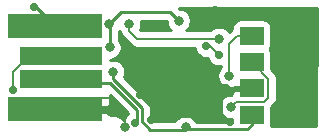
<source format=gbl>
%TF.GenerationSoftware,KiCad,Pcbnew,(5.1.6)-1*%
%TF.CreationDate,2020-07-31T00:04:16+08:00*%
%TF.ProjectId,NRF52840,4e524635-3238-4343-902e-6b696361645f,rev?*%
%TF.SameCoordinates,Original*%
%TF.FileFunction,Copper,L2,Bot*%
%TF.FilePolarity,Positive*%
%FSLAX46Y46*%
G04 Gerber Fmt 4.6, Leading zero omitted, Abs format (unit mm)*
G04 Created by KiCad (PCBNEW (5.1.6)-1) date 2020-07-31 00:04:16*
%MOMM*%
%LPD*%
G01*
G04 APERTURE LIST*
%TA.AperFunction,SMDPad,CuDef*%
%ADD10R,2.000000X1.500000*%
%TD*%
%TA.AperFunction,ConnectorPad*%
%ADD11R,8.000000X2.000000*%
%TD*%
%TA.AperFunction,ConnectorPad*%
%ADD12R,7.000000X1.500000*%
%TD*%
%TA.AperFunction,ViaPad*%
%ADD13C,0.700000*%
%TD*%
%TA.AperFunction,ViaPad*%
%ADD14C,0.800000*%
%TD*%
%TA.AperFunction,Conductor*%
%ADD15C,0.200000*%
%TD*%
%TA.AperFunction,Conductor*%
%ADD16C,0.250000*%
%TD*%
%TA.AperFunction,Conductor*%
%ADD17C,0.350000*%
%TD*%
%TA.AperFunction,Conductor*%
%ADD18C,0.127000*%
%TD*%
%TA.AperFunction,Conductor*%
%ADD19C,0.254000*%
%TD*%
G04 APERTURE END LIST*
D10*
%TO.P,J1,4*%
%TO.N,+3V3*%
X110805000Y-130376734D03*
%TO.P,J1,3*%
%TO.N,GND*%
X110805000Y-128150000D03*
%TO.P,J1,2*%
%TO.N,SWDIO*%
X110805000Y-125923267D03*
%TO.P,J1,1*%
%TO.N,SWDCLK*%
X110805000Y-123696534D03*
%TD*%
D11*
%TO.P,J2,4*%
%TO.N,GND*%
X94155000Y-129870800D03*
D12*
%TO.P,J2,3*%
%TO.N,D+*%
X94655000Y-127368900D03*
%TO.P,J2,2*%
%TO.N,D-*%
X94655000Y-125375000D03*
D11*
%TO.P,J2,1*%
%TO.N,+5V*%
X94155000Y-122885800D03*
%TD*%
D13*
%TO.N,GND*%
X98805000Y-130150000D03*
X107680000Y-121550000D03*
X102455000Y-128750000D03*
X103855000Y-128750000D03*
X104980000Y-128750000D03*
X102455000Y-125125000D03*
X104980000Y-125125000D03*
X101380000Y-126350000D03*
X102455000Y-126350000D03*
X103855000Y-127450000D03*
X102455000Y-127450000D03*
X104980000Y-127450000D03*
X103855000Y-125125000D03*
X101380000Y-128750000D03*
X101380000Y-127450000D03*
X103855000Y-126350000D03*
X104980000Y-126350000D03*
X101380000Y-125125000D03*
D14*
X114480000Y-122175000D03*
D13*
X108655000Y-128100000D03*
X108980000Y-130975000D03*
D14*
X100088959Y-131417635D03*
X101830000Y-122825000D03*
D13*
X102309449Y-130845551D03*
D14*
%TO.N,+3V3*%
X105230000Y-131425000D03*
X98780000Y-124675000D03*
X98714955Y-122725822D03*
X104630000Y-122425000D03*
X99055000Y-126750000D03*
%TO.N,Net-(C10-Pad2)*%
X100430000Y-122725000D03*
X108054519Y-123951619D03*
D13*
%TO.N,Net-(C11-Pad2)*%
X106955000Y-124600000D03*
X108016765Y-125311765D03*
%TO.N,+5V*%
X92355000Y-121250000D03*
D14*
%TO.N,SWDIO*%
X109055000Y-129725000D03*
%TO.N,SWDCLK*%
X108919805Y-127085195D03*
D13*
%TO.N,D+*%
X100914662Y-131059534D03*
%TO.N,D-*%
X90580000Y-128325000D03*
%TD*%
D15*
%TO.N,GND*%
X108305001Y-130300001D02*
X108980000Y-130975000D01*
X108655000Y-128100000D02*
X108305001Y-128449999D01*
X108305001Y-128449999D02*
X108305001Y-130300001D01*
D16*
X101380000Y-128750000D02*
X102255000Y-129625000D01*
X102255000Y-129625000D02*
X102255000Y-130350000D01*
X108980000Y-130975000D02*
X106205000Y-130975000D01*
X102354990Y-130449990D02*
X102255000Y-130350000D01*
X106205000Y-130975000D02*
X105679990Y-130449990D01*
X105679990Y-130449990D02*
X102354990Y-130449990D01*
D15*
X100088959Y-129983959D02*
X100088959Y-131417635D01*
X99105000Y-129000000D02*
X100088959Y-129983959D01*
X94155000Y-129870800D02*
X95025800Y-129000000D01*
X95025800Y-129000000D02*
X99105000Y-129000000D01*
D16*
X94434200Y-130150000D02*
X94155000Y-129870800D01*
X98805000Y-130150000D02*
X94434200Y-130150000D01*
X102255000Y-130350000D02*
X102255000Y-130791102D01*
X102255000Y-130791102D02*
X102309449Y-130845551D01*
D17*
%TO.N,+3V3*%
X105130000Y-131325000D02*
X105230000Y-131425000D01*
D16*
X98780000Y-124675000D02*
X98780000Y-122790867D01*
X98780000Y-122790867D02*
X98714955Y-122725822D01*
X103905000Y-121700000D02*
X104630000Y-122425000D01*
X98714955Y-122725822D02*
X99740777Y-121700000D01*
X99740777Y-121700000D02*
X103905000Y-121700000D01*
X105430000Y-131625000D02*
X105230000Y-131425000D01*
X110405000Y-131625000D02*
X105430000Y-131625000D01*
X110805000Y-130376734D02*
X110805000Y-131225000D01*
X110805000Y-131225000D02*
X110405000Y-131625000D01*
X105005000Y-131650000D02*
X105230000Y-131425000D01*
X99055000Y-127375000D02*
X101530000Y-129850000D01*
X102230000Y-131650000D02*
X105005000Y-131650000D01*
X101530000Y-129850000D02*
X101530000Y-130950000D01*
X99055000Y-126750000D02*
X99055000Y-127375000D01*
X101530000Y-130950000D02*
X102230000Y-131650000D01*
D15*
%TO.N,Net-(C10-Pad2)*%
X108031138Y-123975000D02*
X108054519Y-123951619D01*
X101114315Y-123975000D02*
X108031138Y-123975000D01*
X100430000Y-122725000D02*
X100430000Y-123290685D01*
X100430000Y-123290685D02*
X101114315Y-123975000D01*
D18*
%TO.N,Net-(C11-Pad2)*%
X107305000Y-124600000D02*
X106955000Y-124600000D01*
X108016765Y-125311765D02*
X107305000Y-124600000D01*
D16*
%TO.N,+5V*%
X92166940Y-122885800D02*
X94155000Y-122885800D01*
X94155000Y-122885800D02*
X92244200Y-122885800D01*
D15*
X94155000Y-122885800D02*
X91019200Y-122885800D01*
X91019200Y-122885800D02*
X90580000Y-123325000D01*
D16*
X93480000Y-122210800D02*
X94155000Y-122885800D01*
X93530000Y-122260800D02*
X94155000Y-122885800D01*
X92399198Y-122885800D02*
X94155000Y-122885800D01*
D18*
X94155000Y-122885800D02*
X93119200Y-122885800D01*
D16*
X92519200Y-121250000D02*
X94155000Y-122885800D01*
X92355000Y-121250000D02*
X92519200Y-121250000D01*
D15*
%TO.N,SWDIO*%
X112205000Y-127323267D02*
X112205000Y-128950002D01*
X109454999Y-129325001D02*
X109055000Y-129725000D01*
X111830001Y-129325001D02*
X109454999Y-129325001D01*
X110805000Y-125923267D02*
X112205000Y-127323267D01*
X112205000Y-128950002D02*
X111830001Y-129325001D01*
%TO.N,SWDCLK*%
X108919805Y-124381729D02*
X108919805Y-127085195D01*
X109605000Y-123696534D02*
X108919805Y-124381729D01*
X110805000Y-123696534D02*
X109605000Y-123696534D01*
D16*
%TO.N,D+*%
X98828900Y-127723900D02*
X97778900Y-127723900D01*
X101055000Y-131000000D02*
X101055000Y-129950000D01*
X101055000Y-129950000D02*
X98828900Y-127723900D01*
D15*
%TO.N,D-*%
X91948898Y-125375000D02*
X94655000Y-125375000D01*
X90580000Y-126743898D02*
X91948898Y-125375000D01*
X90580000Y-128325000D02*
X90580000Y-126743898D01*
%TD*%
D19*
%TO.N,GND*%
G36*
X116280919Y-131340000D02*
G01*
X112403880Y-131340000D01*
X112430812Y-131251216D01*
X112443072Y-131126734D01*
X112443072Y-129751376D01*
X112699187Y-129495261D01*
X112727238Y-129472240D01*
X112819087Y-129360322D01*
X112866168Y-129272240D01*
X112887337Y-129232636D01*
X112929365Y-129094087D01*
X112943556Y-128950002D01*
X112940000Y-128913897D01*
X112940000Y-127359372D01*
X112943556Y-127323267D01*
X112929365Y-127179181D01*
X112900114Y-127082754D01*
X112887337Y-127040634D01*
X112819087Y-126912947D01*
X112755116Y-126834999D01*
X112750253Y-126829073D01*
X112750250Y-126829070D01*
X112727237Y-126801029D01*
X112699197Y-126778017D01*
X112443072Y-126521892D01*
X112443072Y-125173267D01*
X112430812Y-125048785D01*
X112394502Y-124929087D01*
X112335537Y-124818773D01*
X112328256Y-124809901D01*
X112335537Y-124801028D01*
X112394502Y-124690714D01*
X112430812Y-124571016D01*
X112443072Y-124446534D01*
X112443072Y-122946534D01*
X112430812Y-122822052D01*
X112394502Y-122702354D01*
X112335537Y-122592040D01*
X112256185Y-122495349D01*
X112159494Y-122415997D01*
X112049180Y-122357032D01*
X111929482Y-122320722D01*
X111805000Y-122308462D01*
X109805000Y-122308462D01*
X109680518Y-122320722D01*
X109560820Y-122357032D01*
X109450506Y-122415997D01*
X109353815Y-122495349D01*
X109274463Y-122592040D01*
X109215498Y-122702354D01*
X109179188Y-122822052D01*
X109166928Y-122946534D01*
X109166928Y-123105223D01*
X109082762Y-123174296D01*
X109059746Y-123202341D01*
X108903231Y-123358856D01*
X108858456Y-123291845D01*
X108714293Y-123147682D01*
X108544775Y-123034414D01*
X108356417Y-122956393D01*
X108156458Y-122916619D01*
X107952580Y-122916619D01*
X107752621Y-122956393D01*
X107564263Y-123034414D01*
X107394745Y-123147682D01*
X107302427Y-123240000D01*
X105273217Y-123240000D01*
X105289774Y-123228937D01*
X105433937Y-123084774D01*
X105547205Y-122915256D01*
X105625226Y-122726898D01*
X105665000Y-122526939D01*
X105665000Y-122323061D01*
X105625226Y-122123102D01*
X105547205Y-121934744D01*
X105433937Y-121765226D01*
X105289774Y-121621063D01*
X105120256Y-121507795D01*
X104931898Y-121429774D01*
X104731939Y-121390000D01*
X104669801Y-121390000D01*
X104639801Y-121360000D01*
X116325078Y-121360000D01*
X116280919Y-131340000D01*
G37*
X116280919Y-131340000D02*
X112403880Y-131340000D01*
X112430812Y-131251216D01*
X112443072Y-131126734D01*
X112443072Y-129751376D01*
X112699187Y-129495261D01*
X112727238Y-129472240D01*
X112819087Y-129360322D01*
X112866168Y-129272240D01*
X112887337Y-129232636D01*
X112929365Y-129094087D01*
X112943556Y-128950002D01*
X112940000Y-128913897D01*
X112940000Y-127359372D01*
X112943556Y-127323267D01*
X112929365Y-127179181D01*
X112900114Y-127082754D01*
X112887337Y-127040634D01*
X112819087Y-126912947D01*
X112755116Y-126834999D01*
X112750253Y-126829073D01*
X112750250Y-126829070D01*
X112727237Y-126801029D01*
X112699197Y-126778017D01*
X112443072Y-126521892D01*
X112443072Y-125173267D01*
X112430812Y-125048785D01*
X112394502Y-124929087D01*
X112335537Y-124818773D01*
X112328256Y-124809901D01*
X112335537Y-124801028D01*
X112394502Y-124690714D01*
X112430812Y-124571016D01*
X112443072Y-124446534D01*
X112443072Y-122946534D01*
X112430812Y-122822052D01*
X112394502Y-122702354D01*
X112335537Y-122592040D01*
X112256185Y-122495349D01*
X112159494Y-122415997D01*
X112049180Y-122357032D01*
X111929482Y-122320722D01*
X111805000Y-122308462D01*
X109805000Y-122308462D01*
X109680518Y-122320722D01*
X109560820Y-122357032D01*
X109450506Y-122415997D01*
X109353815Y-122495349D01*
X109274463Y-122592040D01*
X109215498Y-122702354D01*
X109179188Y-122822052D01*
X109166928Y-122946534D01*
X109166928Y-123105223D01*
X109082762Y-123174296D01*
X109059746Y-123202341D01*
X108903231Y-123358856D01*
X108858456Y-123291845D01*
X108714293Y-123147682D01*
X108544775Y-123034414D01*
X108356417Y-122956393D01*
X108156458Y-122916619D01*
X107952580Y-122916619D01*
X107752621Y-122956393D01*
X107564263Y-123034414D01*
X107394745Y-123147682D01*
X107302427Y-123240000D01*
X105273217Y-123240000D01*
X105289774Y-123228937D01*
X105433937Y-123084774D01*
X105547205Y-122915256D01*
X105625226Y-122726898D01*
X105665000Y-122526939D01*
X105665000Y-122323061D01*
X105625226Y-122123102D01*
X105547205Y-121934744D01*
X105433937Y-121765226D01*
X105289774Y-121621063D01*
X105120256Y-121507795D01*
X104931898Y-121429774D01*
X104731939Y-121390000D01*
X104669801Y-121390000D01*
X104639801Y-121360000D01*
X116325078Y-121360000D01*
X116280919Y-131340000D01*
G36*
X99626063Y-123384774D02*
G01*
X99718513Y-123477224D01*
X99747663Y-123573318D01*
X99815914Y-123701005D01*
X99907763Y-123812923D01*
X99935808Y-123835939D01*
X100569061Y-124469193D01*
X100592077Y-124497238D01*
X100684467Y-124573061D01*
X100703995Y-124589087D01*
X100831681Y-124657337D01*
X100970230Y-124699365D01*
X101114315Y-124713556D01*
X101150420Y-124710000D01*
X105972583Y-124710000D01*
X106007853Y-124887314D01*
X106082104Y-125066572D01*
X106189901Y-125227901D01*
X106327099Y-125365099D01*
X106488428Y-125472896D01*
X106667686Y-125547147D01*
X106857986Y-125585000D01*
X107052014Y-125585000D01*
X107066254Y-125582167D01*
X107069618Y-125599079D01*
X107143869Y-125778337D01*
X107251666Y-125939666D01*
X107388864Y-126076864D01*
X107550193Y-126184661D01*
X107729451Y-126258912D01*
X107919751Y-126296765D01*
X108113779Y-126296765D01*
X108184806Y-126282637D01*
X108184806Y-126356483D01*
X108115868Y-126425421D01*
X108002600Y-126594939D01*
X107924579Y-126783297D01*
X107884805Y-126983256D01*
X107884805Y-127187134D01*
X107924579Y-127387093D01*
X108002600Y-127575451D01*
X108115868Y-127744969D01*
X108260031Y-127889132D01*
X108429549Y-128002400D01*
X108617907Y-128080421D01*
X108817866Y-128120195D01*
X109021744Y-128120195D01*
X109221703Y-128080421D01*
X109360329Y-128023000D01*
X110678000Y-128023000D01*
X110678000Y-128003000D01*
X110932000Y-128003000D01*
X110932000Y-128023000D01*
X110952000Y-128023000D01*
X110952000Y-128277000D01*
X110932000Y-128277000D01*
X110932000Y-128297000D01*
X110678000Y-128297000D01*
X110678000Y-128277000D01*
X109328750Y-128277000D01*
X109170000Y-128435750D01*
X109168618Y-128644668D01*
X109083806Y-128690000D01*
X108953061Y-128690000D01*
X108753102Y-128729774D01*
X108564744Y-128807795D01*
X108395226Y-128921063D01*
X108251063Y-129065226D01*
X108137795Y-129234744D01*
X108059774Y-129423102D01*
X108020000Y-129623061D01*
X108020000Y-129826939D01*
X108059774Y-130026898D01*
X108137795Y-130215256D01*
X108251063Y-130384774D01*
X108395226Y-130528937D01*
X108564744Y-130642205D01*
X108753102Y-130720226D01*
X108953061Y-130760000D01*
X109156939Y-130760000D01*
X109166928Y-130758013D01*
X109166928Y-130865000D01*
X106100604Y-130865000D01*
X106033937Y-130765226D01*
X105889774Y-130621063D01*
X105720256Y-130507795D01*
X105531898Y-130429774D01*
X105331939Y-130390000D01*
X105128061Y-130390000D01*
X104928102Y-130429774D01*
X104739744Y-130507795D01*
X104570226Y-130621063D01*
X104426063Y-130765226D01*
X104342692Y-130890000D01*
X102544802Y-130890000D01*
X102290000Y-130635198D01*
X102290000Y-129887333D01*
X102293677Y-129850000D01*
X102279003Y-129701014D01*
X102235546Y-129557753D01*
X102164974Y-129425724D01*
X102093799Y-129338997D01*
X102070001Y-129309999D01*
X102041004Y-129286202D01*
X99978898Y-127224097D01*
X100050226Y-127051898D01*
X100090000Y-126851939D01*
X100090000Y-126648061D01*
X100050226Y-126448102D01*
X99972205Y-126259744D01*
X99858937Y-126090226D01*
X99714774Y-125946063D01*
X99545256Y-125832795D01*
X99356898Y-125754774D01*
X99156939Y-125715000D01*
X98953061Y-125715000D01*
X98793072Y-125746824D01*
X98793072Y-125710000D01*
X98881939Y-125710000D01*
X99081898Y-125670226D01*
X99270256Y-125592205D01*
X99439774Y-125478937D01*
X99583937Y-125334774D01*
X99697205Y-125165256D01*
X99775226Y-124976898D01*
X99815000Y-124776939D01*
X99815000Y-124573061D01*
X99775226Y-124373102D01*
X99697205Y-124184744D01*
X99583937Y-124015226D01*
X99540000Y-123971289D01*
X99540000Y-123354006D01*
X99572752Y-123304988D01*
X99626063Y-123384774D01*
G37*
X99626063Y-123384774D02*
X99718513Y-123477224D01*
X99747663Y-123573318D01*
X99815914Y-123701005D01*
X99907763Y-123812923D01*
X99935808Y-123835939D01*
X100569061Y-124469193D01*
X100592077Y-124497238D01*
X100684467Y-124573061D01*
X100703995Y-124589087D01*
X100831681Y-124657337D01*
X100970230Y-124699365D01*
X101114315Y-124713556D01*
X101150420Y-124710000D01*
X105972583Y-124710000D01*
X106007853Y-124887314D01*
X106082104Y-125066572D01*
X106189901Y-125227901D01*
X106327099Y-125365099D01*
X106488428Y-125472896D01*
X106667686Y-125547147D01*
X106857986Y-125585000D01*
X107052014Y-125585000D01*
X107066254Y-125582167D01*
X107069618Y-125599079D01*
X107143869Y-125778337D01*
X107251666Y-125939666D01*
X107388864Y-126076864D01*
X107550193Y-126184661D01*
X107729451Y-126258912D01*
X107919751Y-126296765D01*
X108113779Y-126296765D01*
X108184806Y-126282637D01*
X108184806Y-126356483D01*
X108115868Y-126425421D01*
X108002600Y-126594939D01*
X107924579Y-126783297D01*
X107884805Y-126983256D01*
X107884805Y-127187134D01*
X107924579Y-127387093D01*
X108002600Y-127575451D01*
X108115868Y-127744969D01*
X108260031Y-127889132D01*
X108429549Y-128002400D01*
X108617907Y-128080421D01*
X108817866Y-128120195D01*
X109021744Y-128120195D01*
X109221703Y-128080421D01*
X109360329Y-128023000D01*
X110678000Y-128023000D01*
X110678000Y-128003000D01*
X110932000Y-128003000D01*
X110932000Y-128023000D01*
X110952000Y-128023000D01*
X110952000Y-128277000D01*
X110932000Y-128277000D01*
X110932000Y-128297000D01*
X110678000Y-128297000D01*
X110678000Y-128277000D01*
X109328750Y-128277000D01*
X109170000Y-128435750D01*
X109168618Y-128644668D01*
X109083806Y-128690000D01*
X108953061Y-128690000D01*
X108753102Y-128729774D01*
X108564744Y-128807795D01*
X108395226Y-128921063D01*
X108251063Y-129065226D01*
X108137795Y-129234744D01*
X108059774Y-129423102D01*
X108020000Y-129623061D01*
X108020000Y-129826939D01*
X108059774Y-130026898D01*
X108137795Y-130215256D01*
X108251063Y-130384774D01*
X108395226Y-130528937D01*
X108564744Y-130642205D01*
X108753102Y-130720226D01*
X108953061Y-130760000D01*
X109156939Y-130760000D01*
X109166928Y-130758013D01*
X109166928Y-130865000D01*
X106100604Y-130865000D01*
X106033937Y-130765226D01*
X105889774Y-130621063D01*
X105720256Y-130507795D01*
X105531898Y-130429774D01*
X105331939Y-130390000D01*
X105128061Y-130390000D01*
X104928102Y-130429774D01*
X104739744Y-130507795D01*
X104570226Y-130621063D01*
X104426063Y-130765226D01*
X104342692Y-130890000D01*
X102544802Y-130890000D01*
X102290000Y-130635198D01*
X102290000Y-129887333D01*
X102293677Y-129850000D01*
X102279003Y-129701014D01*
X102235546Y-129557753D01*
X102164974Y-129425724D01*
X102093799Y-129338997D01*
X102070001Y-129309999D01*
X102041004Y-129286202D01*
X99978898Y-127224097D01*
X100050226Y-127051898D01*
X100090000Y-126851939D01*
X100090000Y-126648061D01*
X100050226Y-126448102D01*
X99972205Y-126259744D01*
X99858937Y-126090226D01*
X99714774Y-125946063D01*
X99545256Y-125832795D01*
X99356898Y-125754774D01*
X99156939Y-125715000D01*
X98953061Y-125715000D01*
X98793072Y-125746824D01*
X98793072Y-125710000D01*
X98881939Y-125710000D01*
X99081898Y-125670226D01*
X99270256Y-125592205D01*
X99439774Y-125478937D01*
X99583937Y-125334774D01*
X99697205Y-125165256D01*
X99775226Y-124976898D01*
X99815000Y-124776939D01*
X99815000Y-124573061D01*
X99775226Y-124373102D01*
X99697205Y-124184744D01*
X99583937Y-124015226D01*
X99540000Y-123971289D01*
X99540000Y-123354006D01*
X99572752Y-123304988D01*
X99626063Y-123384774D01*
G36*
X100295001Y-130264803D02*
G01*
X100295001Y-130288929D01*
X100286761Y-130294435D01*
X100149563Y-130431633D01*
X100041766Y-130592962D01*
X99967515Y-130772220D01*
X99955475Y-130832750D01*
X99941508Y-130811728D01*
X99935634Y-130804627D01*
X99885454Y-130744825D01*
X99842705Y-130702963D01*
X99800567Y-130660529D01*
X99793426Y-130654705D01*
X99732585Y-130605788D01*
X99682569Y-130573058D01*
X99632941Y-130539583D01*
X99624804Y-130535257D01*
X99555622Y-130499088D01*
X99500158Y-130476679D01*
X99445008Y-130453496D01*
X99436186Y-130450833D01*
X99361296Y-130428792D01*
X99302518Y-130417580D01*
X99243938Y-130405555D01*
X99234767Y-130404656D01*
X99157021Y-130397581D01*
X99097206Y-130397999D01*
X99037390Y-130397581D01*
X99028219Y-130398480D01*
X98950581Y-130406640D01*
X98891984Y-130418669D01*
X98833222Y-130429878D01*
X98824400Y-130432542D01*
X98791231Y-130442810D01*
X98790000Y-130156550D01*
X98631250Y-129997800D01*
X94282000Y-129997800D01*
X94282000Y-130017800D01*
X94028000Y-130017800D01*
X94028000Y-129997800D01*
X94008000Y-129997800D01*
X94008000Y-129743800D01*
X94028000Y-129743800D01*
X94028000Y-129723800D01*
X94282000Y-129723800D01*
X94282000Y-129743800D01*
X98631250Y-129743800D01*
X98790000Y-129585050D01*
X98793072Y-128870800D01*
X98781281Y-128751082D01*
X100295001Y-130264803D01*
G37*
X100295001Y-130264803D02*
X100295001Y-130288929D01*
X100286761Y-130294435D01*
X100149563Y-130431633D01*
X100041766Y-130592962D01*
X99967515Y-130772220D01*
X99955475Y-130832750D01*
X99941508Y-130811728D01*
X99935634Y-130804627D01*
X99885454Y-130744825D01*
X99842705Y-130702963D01*
X99800567Y-130660529D01*
X99793426Y-130654705D01*
X99732585Y-130605788D01*
X99682569Y-130573058D01*
X99632941Y-130539583D01*
X99624804Y-130535257D01*
X99555622Y-130499088D01*
X99500158Y-130476679D01*
X99445008Y-130453496D01*
X99436186Y-130450833D01*
X99361296Y-130428792D01*
X99302518Y-130417580D01*
X99243938Y-130405555D01*
X99234767Y-130404656D01*
X99157021Y-130397581D01*
X99097206Y-130397999D01*
X99037390Y-130397581D01*
X99028219Y-130398480D01*
X98950581Y-130406640D01*
X98891984Y-130418669D01*
X98833222Y-130429878D01*
X98824400Y-130432542D01*
X98791231Y-130442810D01*
X98790000Y-130156550D01*
X98631250Y-129997800D01*
X94282000Y-129997800D01*
X94282000Y-130017800D01*
X94028000Y-130017800D01*
X94028000Y-129997800D01*
X94008000Y-129997800D01*
X94008000Y-129743800D01*
X94028000Y-129743800D01*
X94028000Y-129723800D01*
X94282000Y-129723800D01*
X94282000Y-129743800D01*
X98631250Y-129743800D01*
X98790000Y-129585050D01*
X98793072Y-128870800D01*
X98781281Y-128751082D01*
X100295001Y-130264803D01*
G36*
X103595000Y-122464801D02*
G01*
X103595000Y-122526939D01*
X103634774Y-122726898D01*
X103712795Y-122915256D01*
X103826063Y-123084774D01*
X103970226Y-123228937D01*
X103986783Y-123240000D01*
X101418762Y-123240000D01*
X101360916Y-123182155D01*
X101425226Y-123026898D01*
X101465000Y-122826939D01*
X101465000Y-122623061D01*
X101432565Y-122460000D01*
X103590199Y-122460000D01*
X103595000Y-122464801D01*
G37*
X103595000Y-122464801D02*
X103595000Y-122526939D01*
X103634774Y-122726898D01*
X103712795Y-122915256D01*
X103826063Y-123084774D01*
X103970226Y-123228937D01*
X103986783Y-123240000D01*
X101418762Y-123240000D01*
X101360916Y-123182155D01*
X101425226Y-123026898D01*
X101465000Y-122826939D01*
X101465000Y-122623061D01*
X101432565Y-122460000D01*
X103590199Y-122460000D01*
X103595000Y-122464801D01*
%TD*%
M02*

</source>
